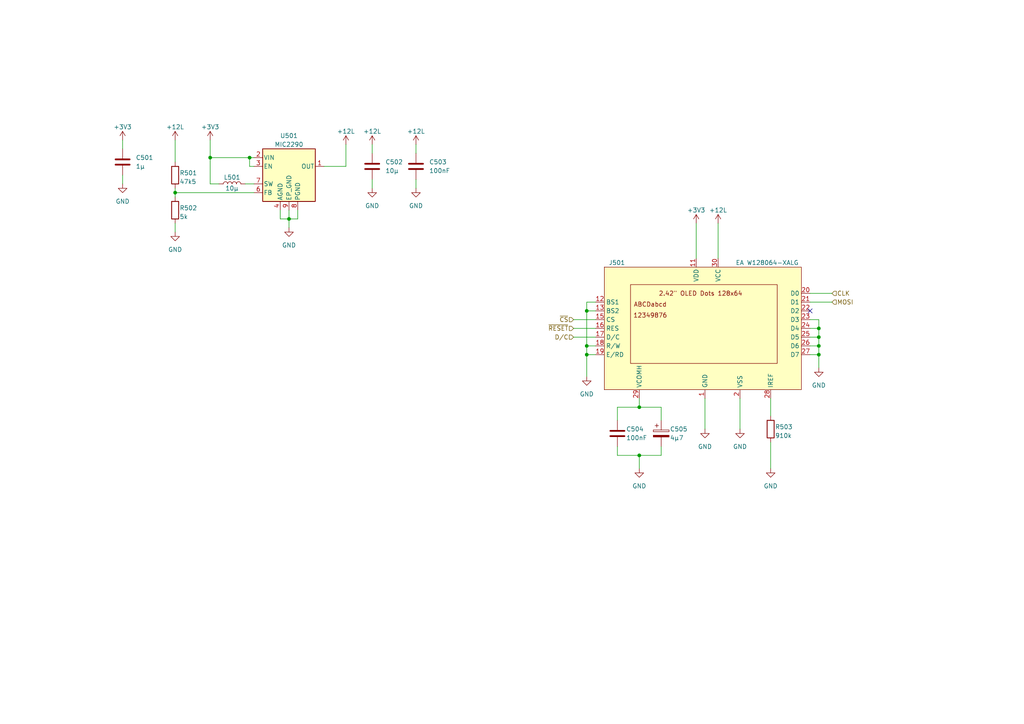
<source format=kicad_sch>
(kicad_sch (version 20231120) (generator "eeschema") (generator_version "8.0")
  (paper "A4")
  (title_block (title "Firewaterburn") (rev "0.2"))
  (lib_symbols
    (symbol "Device:C" (pin_numbers hide) (pin_names (offset 0.254))
      (property "Reference" "C" (at 0.635 2.54 0))
      (property "Value" "C" (at 0.635 -2.54 0))
      (symbol "C_0_1"
        (polyline (pts (xy -2.032 -0.762) (xy 2.032 -0.762)) (stroke (width 0.508)))
        (polyline (pts (xy -2.032 0.762) (xy 2.032 0.762)) (stroke (width 0.508)))
      )
      (symbol "C_1_1"
        (pin passive line (at 0 3.81 270) (length 2.794) (name "~") (number "1"))
        (pin passive line (at 0 -3.81 90) (length 2.794) (name "~") (number "2"))
      )
    )
    (symbol "Device:C_Polarized" (pin_numbers hide) (pin_names (offset 0.254))
      (property "Reference" "C" (at 0.635 2.54 0))
      (property "Value" "C_Polarized" (at 0.635 -2.54 0))
      (symbol "C_Polarized_0_1"
        (rectangle (start -2.286 0.508) (end 2.286 1.016))
        (polyline (pts (xy -1.778 2.286) (xy -0.762 2.286)))
        (polyline (pts (xy -1.27 2.794) (xy -1.27 1.778)))
        (rectangle (start 2.286 -0.508) (end -2.286 -1.016) (fill (type outline)))
      )
      (symbol "C_Polarized_1_1"
        (pin passive line (at 0 3.81 270) (length 2.794) (name "~") (number "1"))
        (pin passive line (at 0 -3.81 90) (length 2.794) (name "~") (number "2"))
      )
    )
    (symbol "Device:L" (pin_numbers hide) (pin_names (offset 1.016) hide)
      (property "Reference" "L" (at -1.27 0 90))
      (property "Value" "L" (at 1.905 0 90))
      (symbol "L_0_1"
        (arc (start 0 -2.54) (mid 0.6323 -1.905) (end 0 -1.27))
        (arc (start 0 -1.27) (mid 0.6323 -0.635) (end 0 0))
        (arc (start 0 0) (mid 0.6323 0.635) (end 0 1.27))
        (arc (start 0 1.27) (mid 0.6323 1.905) (end 0 2.54))
      )
      (symbol "L_1_1"
        (pin passive line (at 0 3.81 270) (length 1.27) (name "1") (number "1"))
        (pin passive line (at 0 -3.81 90) (length 1.27) (name "2") (number "2"))
      )
    )
    (symbol "Device:R" (pin_numbers hide) (pin_names (offset 0))
      (property "Reference" "R" (at 2.032 0 90))
      (property "Value" "R" (at 0 0 90))
      (symbol "R_0_1"
        (rectangle (start -1.016 -2.54) (end 1.016 2.54) (stroke (width 0.254)))
      )
      (symbol "R_1_1"
        (pin passive line (at 0 3.81 270) (length 1.27) (name "~") (number "1"))
        (pin passive line (at 0 -3.81 90) (length 1.27) (name "~") (number "2"))
      )
    )
    (symbol "Regulator_Switching:MIC2290" (pin_names (offset 0.254))
      (property "Reference" "U" (at -7.62 8.89 0))
      (property "Value" "MIC2290" (at 0 8.89 0))
      (symbol "MIC2290_0_1"
        (rectangle (start -7.62 7.62) (end 7.62 -7.62) (stroke (width 0.254)) (fill (type background)))
      )
      (symbol "MIC2290_1_1"
        (pin power_out line (at 10.16 2.54 180) (length 2.54) (name "OUT") (number "1"))
        (pin power_in line (at -10.16 5.08 0) (length 2.54) (name "VIN") (number "2"))
        (pin input line (at -10.16 2.54 0) (length 2.54) (name "EN") (number "3"))
        (pin power_in line (at -2.54 -10.16 90) (length 2.54) (name "AGND") (number "4"))
        (pin no_connect line (at 5.08 5.08 180) (length 2.54) hide (name "NC") (number "5"))
        (pin input line (at -10.16 -5.08 0) (length 2.54) (name "FB") (number "6"))
        (pin input line (at -10.16 -2.54 0) (length 2.54) (name "SW") (number "7"))
        (pin power_in line (at 2.54 -10.16 90) (length 2.54) (name "PGND") (number "8"))
        (pin power_in line (at 0 -10.16 90) (length 2.54) (name "EP_GND") (number "9"))
      )
    )
    (symbol "mylib_ic:EA W128064-XALG"
      (property "Reference" "J" (at -27.94 19.05 0))
      (property "Value" "EA W128064-XALG" (at 16.51 19.05 0))
      (property "Digikey" "EA W128064-XALG" (at 1.27 -1.27 0))
      (symbol "EA W128064-XALG_0_0"
        (text "12349876" (at -15.875 3.81 0) (effects (font (size 1.27 1.27))))
        (text "2.42\" OLED Dots 128x64" (at -1.27 10.16 0) (effects (font (size 1.27 1.27))))
        (text "ABCDabcd" (at -15.875 6.985 0) (effects (font (size 1.27 1.27))))
      )
      (symbol "EA W128064-XALG_0_1"
        (rectangle (start -29.21 17.78) (end 27.94 -17.78) (fill (type background)))
        (rectangle (start -21.59 12.7) (end 20.955 -10.16))
      )
      (symbol "EA W128064-XALG_1_1"
        (pin input line (at 0 -20.32 90) (length 2.54) (name "GND") (number "1"))
        (pin no_connect line (at -2.54 -2.54 0) (length 2.54) hide (name "") (number "10"))
        (pin input line (at -2.54 20.32 270) (length 2.54) (name "VDD") (number "11"))
        (pin input line (at -31.75 7.62 0) (length 2.54) (name "BS1") (number "12"))
        (pin input line (at -31.75 5.08 0) (length 2.54) (name "BS2") (number "13"))
        (pin no_connect line (at -2.54 -5.08 0) (length 2.54) hide (name "") (number "14"))
        (pin input line (at -31.75 2.54 0) (length 2.54) (name "CS") (number "15"))
        (pin input line (at -31.75 0 0) (length 2.54) (name "RES") (number "16"))
        (pin input line (at -31.75 -2.54 0) (length 2.54) (name "D/C") (number "17"))
        (pin input line (at -31.75 -5.08 0) (length 2.54) (name "R/W") (number "18"))
        (pin input line (at -31.75 -7.62 0) (length 2.54) (name "E/RD") (number "19"))
        (pin input line (at 10.16 -20.32 90) (length 2.54) (name "VSS") (number "2"))
        (pin input line (at 30.48 10.16 180) (length 2.54) (name "D0") (number "20"))
        (pin input line (at 30.48 7.62 180) (length 2.54) (name "D1") (number "21"))
        (pin input line (at 30.48 5.08 180) (length 2.54) (name "D2") (number "22"))
        (pin input line (at 30.48 2.54 180) (length 2.54) (name "D3") (number "23"))
        (pin input line (at 30.48 0 180) (length 2.54) (name "D4") (number "24"))
        (pin input line (at 30.48 -2.54 180) (length 2.54) (name "D5") (number "25"))
        (pin input line (at 30.48 -5.08 180) (length 2.54) (name "D6") (number "26"))
        (pin input line (at 30.48 -7.62 180) (length 2.54) (name "D7") (number "27"))
        (pin input line (at 19.05 -20.32 90) (length 2.54) (name "IREF") (number "28"))
        (pin input line (at -19.05 -20.32 90) (length 2.54) (name "VCOMH") (number "29"))
        (pin no_connect line (at -2.54 -7.62 0) (length 2.54) hide (name "") (number "3"))
        (pin input line (at 3.81 20.32 270) (length 2.54) (name "VCC") (number "30"))
        (pin input line (at 0 -20.32 90) (length 2.54) hide (name "GND") (number "31"))
        (pin no_connect line (at 10.16 -7.62 0) (length 2.54) hide (name "") (number "4"))
        (pin no_connect line (at 10.16 -5.08 0) (length 2.54) hide (name "") (number "5"))
        (pin no_connect line (at 10.16 -2.54 0) (length 2.54) hide (name "") (number "6"))
        (pin no_connect line (at 10.16 0 0) (length 2.54) hide (name "") (number "7"))
        (pin no_connect line (at 10.16 -10.16 0) (length 2.54) hide (name "") (number "8"))
        (pin no_connect line (at -2.54 0 0) (length 2.54) hide (name "") (number "9"))
      )
    )
    (symbol "power:+12L" (power) (pin_names (offset 0))
      (property "Value" "+12L" (at 0 3.556 0))
      (symbol "+12L_0_1"
        (polyline (pts (xy -0.762 1.27) (xy 0 2.54)))
        (polyline (pts (xy 0 0) (xy 0 2.54)))
        (polyline (pts (xy 0 2.54) (xy 0.762 1.27)))
      )
      (symbol "+12L_1_1"
        (pin power_in line (at 0 0 90) (length 0) hide (name "+12L") (number "1"))
      )
    )
    (symbol "power:+3V3" (power) (pin_names (offset 0))
      (property "Value" "+3V3" (at 0 3.556 0))
      (symbol "+3V3_0_1"
        (polyline (pts (xy -0.762 1.27) (xy 0 2.54)))
        (polyline (pts (xy 0 0) (xy 0 2.54)))
        (polyline (pts (xy 0 2.54) (xy 0.762 1.27)))
      )
      (symbol "+3V3_1_1"
        (pin power_in line (at 0 0 90) (length 0) hide (name "+3V3") (number "1"))
      )
    )
    (symbol "power:GND" (power) (pin_names (offset 0))
      (property "Value" "GND" (at 0 -3.81 0))
      (symbol "GND_0_1"
        (polyline (pts (xy 0 0) (xy 0 -1.27) (xy 1.27 -1.27) (xy 0 -2.54) (xy -1.27 -1.27) (xy 0 -1.27)))
      )
      (symbol "GND_1_1"
        (pin power_in line (at 0 0 270) (length 0) hide (name "GND") (number "1"))
      )
    )
  )
  (junction (at 170.18 100.33))
  (junction (at 185.42 132.08))
  (junction (at 237.49 97.79))
  (junction (at 83.82 63.5))
  (junction (at 170.18 90.17))
  (junction (at 237.49 100.33))
  (junction (at 72.39 45.72))
  (junction (at 237.49 95.25))
  (junction (at 50.8 55.88))
  (junction (at 237.49 102.87))
  (junction (at 170.18 102.87))
  (junction (at 185.42 118.11))
  (junction (at 60.96 45.72))
  (no_connect (at 234.95 90.17))
  (wire (pts (xy 191.77 132.08) (xy 185.42 132.08)))
  (wire (pts (xy 83.82 63.5) (xy 81.28 63.5)))
  (wire (pts (xy 170.18 102.87) (xy 170.18 109.22)))
  (wire (pts (xy 100.33 48.26) (xy 100.33 41.91)))
  (wire (pts (xy 185.42 118.11) (xy 179.07 118.11)))
  (wire (pts (xy 166.37 97.79) (xy 172.72 97.79)))
  (wire (pts (xy 107.95 44.45) (xy 107.95 41.91)))
  (wire (pts (xy 72.39 45.72) (xy 60.96 45.72)))
  (wire (pts (xy 170.18 100.33) (xy 170.18 102.87)))
  (wire (pts (xy 234.95 102.87) (xy 237.49 102.87)))
  (wire (pts (xy 234.95 87.63) (xy 241.3 87.63)))
  (wire (pts (xy 120.65 41.91) (xy 120.65 44.45)))
  (wire (pts (xy 71.12 53.34) (xy 73.66 53.34)))
  (wire (pts (xy 179.07 118.11) (xy 179.07 121.92)))
  (wire (pts (xy 237.49 97.79) (xy 237.49 100.33)))
  (wire (pts (xy 50.8 67.31) (xy 50.8 64.77)))
  (wire (pts (xy 50.8 55.88) (xy 50.8 57.15)))
  (wire (pts (xy 172.72 87.63) (xy 170.18 87.63)))
  (wire (pts (xy 83.82 60.96) (xy 83.82 63.5)))
  (wire (pts (xy 170.18 102.87) (xy 172.72 102.87)))
  (wire (pts (xy 83.82 63.5) (xy 83.82 66.04)))
  (wire (pts (xy 35.56 40.64) (xy 35.56 43.18)))
  (wire (pts (xy 50.8 55.88) (xy 73.66 55.88)))
  (wire (pts (xy 60.96 45.72) (xy 60.96 40.64)))
  (wire (pts (xy 86.36 63.5) (xy 83.82 63.5)))
  (wire (pts (xy 120.65 52.07) (xy 120.65 54.61)))
  (wire (pts (xy 72.39 48.26) (xy 72.39 45.72)))
  (wire (pts (xy 73.66 48.26) (xy 72.39 48.26)))
  (wire (pts (xy 191.77 118.11) (xy 185.42 118.11)))
  (wire (pts (xy 234.95 92.71) (xy 237.49 92.71)))
  (wire (pts (xy 214.63 115.57) (xy 214.63 124.46)))
  (wire (pts (xy 170.18 87.63) (xy 170.18 90.17)))
  (wire (pts (xy 234.95 100.33) (xy 237.49 100.33)))
  (wire (pts (xy 107.95 52.07) (xy 107.95 54.61)))
  (wire (pts (xy 93.98 48.26) (xy 100.33 48.26)))
  (wire (pts (xy 172.72 90.17) (xy 170.18 90.17)))
  (wire (pts (xy 63.5 53.34) (xy 60.96 53.34)))
  (wire (pts (xy 170.18 100.33) (xy 172.72 100.33)))
  (wire (pts (xy 185.42 132.08) (xy 185.42 135.89)))
  (wire (pts (xy 166.37 92.71) (xy 172.72 92.71)))
  (wire (pts (xy 86.36 60.96) (xy 86.36 63.5)))
  (wire (pts (xy 223.52 128.27) (xy 223.52 135.89)))
  (wire (pts (xy 234.95 85.09) (xy 241.3 85.09)))
  (wire (pts (xy 234.95 97.79) (xy 237.49 97.79)))
  (wire (pts (xy 170.18 90.17) (xy 170.18 100.33)))
  (wire (pts (xy 73.66 45.72) (xy 72.39 45.72)))
  (wire (pts (xy 60.96 53.34) (xy 60.96 45.72)))
  (wire (pts (xy 166.37 95.25) (xy 172.72 95.25)))
  (wire (pts (xy 35.56 53.34) (xy 35.56 50.8)))
  (wire (pts (xy 208.28 64.77) (xy 208.28 74.93)))
  (wire (pts (xy 237.49 100.33) (xy 237.49 102.87)))
  (wire (pts (xy 191.77 129.54) (xy 191.77 132.08)))
  (wire (pts (xy 191.77 121.92) (xy 191.77 118.11)))
  (wire (pts (xy 81.28 63.5) (xy 81.28 60.96)))
  (wire (pts (xy 185.42 132.08) (xy 179.07 132.08)))
  (wire (pts (xy 237.49 95.25) (xy 237.49 97.79)))
  (wire (pts (xy 179.07 132.08) (xy 179.07 129.54)))
  (wire (pts (xy 234.95 95.25) (xy 237.49 95.25)))
  (wire (pts (xy 237.49 92.71) (xy 237.49 95.25)))
  (wire (pts (xy 50.8 40.64) (xy 50.8 46.99)))
  (wire (pts (xy 185.42 115.57) (xy 185.42 118.11)))
  (wire (pts (xy 204.47 115.57) (xy 204.47 124.46)))
  (wire (pts (xy 237.49 102.87) (xy 237.49 106.68)))
  (wire (pts (xy 223.52 115.57) (xy 223.52 120.65)))
  (wire (pts (xy 201.93 64.77) (xy 201.93 74.93)))
  (wire (pts (xy 50.8 54.61) (xy 50.8 55.88)))
  (hierarchical_label "~{RESET}" (shape input) (at 166.37 95.25 180))
  (hierarchical_label "MOSI" (shape input) (at 241.3 87.63 0))
  (hierarchical_label "D{slash}C" (shape input) (at 166.37 97.79 180))
  (hierarchical_label "CLK" (shape input) (at 241.3 85.09 0))
  (hierarchical_label "~{CS}" (shape input) (at 166.37 92.71 180))
  (symbol (lib_id "power:+3V3") (at 201.93 64.77 0) (unit 1)
    (property "Reference" "#PWR0514" (effects (hide yes)))
    (property "Value" "+3V3" (at 201.93 60.96 0))
  )
  (symbol (lib_id "Device:C") (at 107.95 48.26 0) (unit 1)
    (property "Reference" "C502" (at 111.76 46.9899 0) (effects (justify left)))
    (property "Value" "10µ" (at 111.76 49.5299 0) (effects (justify left)))
    (property "Footprint" "Capacitor_SMD:C_0402_1005Metric" (effects (hide yes)))
    (property "Digikey" "490-GRM155R61A106ME11DCT-ND" (effects (hide yes)))
  )
  (symbol (lib_id "power:+12L") (at 100.33 41.91 0) (unit 1)
    (property "Reference" "#PWR0507" (effects (hide yes)))
    (property "Value" "+12L" (at 100.33 38.1 0))
  )
  (symbol (lib_id "power:GND") (at 185.42 135.89 0) (unit 1)
    (property "Reference" "#PWR0513" (effects (hide yes)))
    (property "Value" "GND" (at 185.42 140.97 0))
  )
  (symbol (lib_id "power:GND") (at 50.8 67.31 0) (unit 1)
    (property "Reference" "#PWR0504" (effects (hide yes)))
    (property "Value" "GND" (at 50.8 72.39 0))
  )
  (symbol (lib_id "Device:R") (at 50.8 50.8 0) (unit 1)
    (property "Reference" "R501" (at 52.07 50.165 0) (effects (justify left)))
    (property "Value" "47k5" (at 52.07 52.705 0) (effects (justify left)))
    (property "Footprint" "Resistor_SMD:R_0402_1005Metric" (effects (hide yes)))
    (property "Digikey" "311-47.5KLRCT-ND" (effects (hide yes)))
  )
  (symbol (lib_id "power:+12L") (at 50.8 40.64 0) (unit 1)
    (property "Reference" "#PWR0503" (effects (hide yes)))
    (property "Value" "+12L" (at 50.8 36.83 0))
  )
  (symbol (lib_id "Regulator_Switching:MIC2290") (at 83.82 50.8 0) (unit 1)
    (property "Reference" "U501" (at 83.82 39.37 0))
    (property "Value" "MIC2290" (at 83.82 41.91 0))
    (property "Footprint" "mylib_ic:Micrel_MLF-8-1EP_2x2mm_P0.5mm_EP0.8x1.3mm_ThermalVias" (effects (hide yes)))
    (property "Datasheet" "http://ww1.microchip.com/downloads/en/DeviceDoc/mic2290.pdf" (effects (hide yes)))
    (property "Digikey" "576-1076-1-ND" (effects (hide yes)))
  )
  (symbol (lib_id "power:GND") (at 35.56 53.34 0) (unit 1)
    (property "Reference" "#PWR0502" (effects (hide yes)))
    (property "Value" "GND" (at 35.56 58.42 0))
  )
  (symbol (lib_id "Device:C") (at 179.07 125.73 0) (unit 1)
    (property "Reference" "C504" (at 181.61 124.46 0) (effects (justify left)))
    (property "Value" "100nF" (at 181.61 127 0) (effects (justify left)))
    (property "Footprint" "Capacitor_SMD:C_0603_1608Metric" (effects (hide yes)))
    (property "Digikey" "1276-1006-1-ND" (effects (hide yes)))
  )
  (symbol (lib_id "power:+12L") (at 107.95 41.91 0) (unit 1)
    (property "Reference" "#PWR0508" (effects (hide yes)))
    (property "Value" "+12L" (at 107.95 38.1 0))
  )
  (symbol (lib_id "power:GND") (at 214.63 124.46 0) (unit 1)
    (property "Reference" "#PWR0517" (effects (hide yes)))
    (property "Value" "GND" (at 214.63 129.54 0))
  )
  (symbol (lib_id "power:GND") (at 223.52 135.89 0) (unit 1)
    (property "Reference" "#PWR0518" (effects (hide yes)))
    (property "Value" "GND" (at 223.52 140.97 0))
  )
  (symbol (lib_id "power:GND") (at 120.65 54.61 0) (unit 1)
    (property "Reference" "#PWR0511" (effects (hide yes)))
    (property "Value" "GND" (at 120.65 59.69 0))
  )
  (symbol (lib_id "power:GND") (at 237.49 106.68 0) (unit 1)
    (property "Reference" "#PWR0519" (effects (hide yes)))
    (property "Value" "GND" (at 237.49 111.76 0))
  )
  (symbol (lib_id "Device:R") (at 50.8 60.96 0) (unit 1)
    (property "Reference" "R502" (at 52.07 60.325 0) (effects (justify left)))
    (property "Value" "5k" (at 52.07 62.865 0) (effects (justify left)))
    (property "Footprint" "Resistor_SMD:R_0402_1005Metric" (effects (hide yes)))
    (property "Digikey" "13-RC0402FR-075KLCT-ND" (effects (hide yes)))
  )
  (symbol (lib_id "Device:C_Polarized") (at 191.77 125.73 0) (unit 1)
    (property "Reference" "C505" (at 194.31 124.46 0) (effects (justify left)))
    (property "Value" "4µ7" (at 194.31 127 0) (effects (justify left)))
    (property "Footprint" "Capacitor_Tantalum_SMD:CP_EIA-2012-15_AVX-P" (effects (hide yes)))
    (property "Digikey" "478-F981C475MMUAJ6CT-ND" (effects (hide yes)))
  )
  (symbol (lib_id "Device:R") (at 223.52 124.46 180) (unit 1)
    (property "Reference" "R503" (at 224.79 123.825 0) (effects (justify right)))
    (property "Value" "910k" (at 224.79 126.365 0) (effects (justify right)))
    (property "Footprint" "Resistor_SMD:R_0603_1608Metric" (effects (hide yes)))
    (property "Digikey" "311-910KHRCT-ND" (effects (hide yes)))
  )
  (symbol (lib_id "Device:C") (at 120.65 48.26 0) (unit 1)
    (property "Reference" "C503" (at 124.46 46.9899 0) (effects (justify left)))
    (property "Value" "100nF" (at 124.46 49.5299 0) (effects (justify left)))
    (property "Footprint" "Capacitor_SMD:C_0402_1005Metric" (effects (hide yes)))
    (property "Digikey" "478-7888-1-ND" (effects (hide yes)))
  )
  (symbol (lib_id "Device:L") (at 67.31 53.34 90) (unit 1)
    (property "Reference" "L501" (at 67.31 51.435 90))
    (property "Value" "10µ" (at 67.31 54.61 90))
    (property "Footprint" "Inductor_SMD:L_Wuerth_MAPI-2510" (effects (hide yes)))
    (property "Digikey" "732-4851-1-ND" (effects (hide yes)))
  )
  (symbol (lib_id "power:GND") (at 170.18 109.22 0) (unit 1)
    (property "Reference" "#PWR0512" (effects (hide yes)))
    (property "Value" "GND" (at 170.18 114.3 0))
  )
  (symbol (lib_id "mylib_ic:EA W128064-XALG") (at 204.47 95.25 0) (unit 1)
    (property "Reference" "J501" (at 176.53 76.2 0) (effects (justify left)))
    (property "Value" "EA W128064-XALG" (at 213.36 76.2 0) (effects (justify left)))
    (property "Footprint" "mylib_connector:F32R-1A7H1-11031" (effects (hide yes)))
    (property "Datasheet" "https://www.lcd-module.de/fileadmin/html-seiten/eng/pdf/grafik/W128064-XALG.pdf" (effects (hide yes)))
    (property "Digikey" "EA W128064-XALG" (effects (hide yes)))
    (property "Digikey_" "F32R-1A7H1-11031" (effects (hide yes)))
    (property "Digikey__" "SFV31R-4STE1HLF" (effects (hide yes)))
  )
  (symbol (lib_id "Device:C") (at 35.56 46.99 0) (unit 1)
    (property "Reference" "C501" (at 39.37 45.7199 0) (effects (justify left)))
    (property "Value" "1µ" (at 39.37 48.2599 0) (effects (justify left)))
    (property "Footprint" "Capacitor_SMD:C_0402_1005Metric" (effects (hide yes)))
    (property "Digikey" "1276-1067-1-ND" (effects (hide yes)))
  )
  (symbol (lib_id "power:+12L") (at 120.65 41.91 0) (unit 1)
    (property "Reference" "#PWR0510" (effects (hide yes)))
    (property "Value" "+12L" (at 120.65 38.1 0))
  )
  (symbol (lib_id "power:GND") (at 107.95 54.61 0) (unit 1)
    (property "Reference" "#PWR0509" (effects (hide yes)))
    (property "Value" "GND" (at 107.95 59.69 0))
  )
  (symbol (lib_id "power:+3V3") (at 60.96 40.64 0) (unit 1)
    (property "Reference" "#PWR0505" (effects (hide yes)))
    (property "Value" "+3V3" (at 60.96 36.83 0))
  )
  (symbol (lib_id "power:GND") (at 204.47 124.46 0) (unit 1)
    (property "Reference" "#PWR0515" (effects (hide yes)))
    (property "Value" "GND" (at 204.47 129.54 0))
  )
  (symbol (lib_id "power:+12L") (at 208.28 64.77 0) (unit 1)
    (property "Reference" "#PWR0516" (effects (hide yes)))
    (property "Value" "+12L" (at 208.28 60.96 0))
  )
  (symbol (lib_id "power:+3V3") (at 35.56 40.64 0) (unit 1)
    (property "Reference" "#PWR0501" (effects (hide yes)))
    (property "Value" "+3V3" (at 35.56 36.83 0))
  )
  (symbol (lib_id "power:GND") (at 83.82 66.04 0) (unit 1)
    (property "Reference" "#PWR0506" (effects (hide yes)))
    (property "Value" "GND" (at 83.82 71.12 0))
  )
)
</source>
